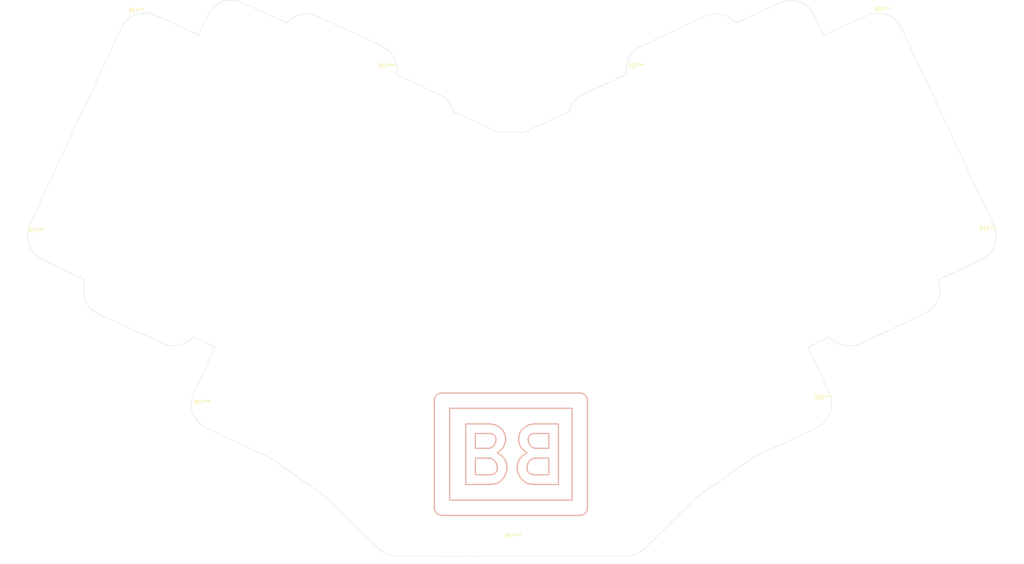
<source format=kicad_pcb>
(kicad_pcb (version 20171130) (host pcbnew "(5.1.10)-1")

  (general
    (thickness 1.6)
    (drawings 604)
    (tracks 0)
    (zones 0)
    (modules 9)
    (nets 1)
  )

  (page A4)
  (layers
    (0 F.Cu signal)
    (31 B.Cu signal)
    (32 B.Adhes user)
    (33 F.Adhes user)
    (34 B.Paste user)
    (35 F.Paste user)
    (36 B.SilkS user)
    (37 F.SilkS user)
    (38 B.Mask user)
    (39 F.Mask user)
    (40 Dwgs.User user)
    (41 Cmts.User user)
    (42 Eco1.User user)
    (43 Eco2.User user)
    (44 Edge.Cuts user)
    (45 Margin user)
    (46 B.CrtYd user)
    (47 F.CrtYd user)
    (48 B.Fab user)
    (49 F.Fab user)
  )

  (setup
    (last_trace_width 0.254)
    (trace_clearance 0.2)
    (zone_clearance 0.508)
    (zone_45_only no)
    (trace_min 0.2)
    (via_size 0.8)
    (via_drill 0.4)
    (via_min_size 0.4)
    (via_min_drill 0.3)
    (uvia_size 0.3)
    (uvia_drill 0.1)
    (uvias_allowed no)
    (uvia_min_size 0.2)
    (uvia_min_drill 0.1)
    (edge_width 0.05)
    (segment_width 0.2)
    (pcb_text_width 0.3)
    (pcb_text_size 1.5 1.5)
    (mod_edge_width 0.12)
    (mod_text_size 1 1)
    (mod_text_width 0.15)
    (pad_size 1.524 1.524)
    (pad_drill 0.762)
    (pad_to_mask_clearance 0)
    (aux_axis_origin 0 0)
    (grid_origin 145.852593 65.458404)
    (visible_elements 7FFFFFFF)
    (pcbplotparams
      (layerselection 0x010f8_ffffffff)
      (usegerberextensions false)
      (usegerberattributes true)
      (usegerberadvancedattributes true)
      (creategerberjobfile true)
      (excludeedgelayer true)
      (linewidth 0.100000)
      (plotframeref false)
      (viasonmask false)
      (mode 1)
      (useauxorigin false)
      (hpglpennumber 1)
      (hpglpenspeed 20)
      (hpglpendiameter 15.000000)
      (psnegative false)
      (psa4output false)
      (plotreference true)
      (plotvalue true)
      (plotinvisibletext false)
      (padsonsilk false)
      (subtractmaskfromsilk false)
      (outputformat 1)
      (mirror false)
      (drillshape 0)
      (scaleselection 1)
      (outputdirectory "either/bottom/"))
  )

  (net 0 "")

  (net_class Default "This is the default net class."
    (clearance 0.2)
    (trace_width 0.254)
    (via_dia 0.8)
    (via_drill 0.4)
    (uvia_dia 0.3)
    (uvia_drill 0.1)
  )

  (net_class Power ""
    (clearance 0.2)
    (trace_width 0.381)
    (via_dia 0.8)
    (via_drill 0.4)
    (uvia_dia 0.3)
    (uvia_drill 0.1)
  )

  (module MountingHole:MountingHole_2.2mm_M2 (layer F.Cu) (tedit 56D1B4CB) (tstamp 6145B69B)
    (at 178.472593 40.198404)
    (descr "Mounting Hole 2.2mm, no annular, M2")
    (tags "mounting hole 2.2mm no annular m2")
    (attr virtual)
    (fp_text reference REF** (at 0 -3.2) (layer F.SilkS)
      (effects (font (size 1 1) (thickness 0.15)))
    )
    (fp_text value MountingHole_2.2mm_M2 (at 0 3.2) (layer F.Fab)
      (effects (font (size 1 1) (thickness 0.15)))
    )
    (fp_circle (center 0 0) (end 2.2 0) (layer Cmts.User) (width 0.15))
    (fp_circle (center 0 0) (end 2.45 0) (layer F.CrtYd) (width 0.05))
    (fp_text user %R (at 0.3 0) (layer F.Fab)
      (effects (font (size 1 1) (thickness 0.15)))
    )
    (pad 1 np_thru_hole circle (at 0 0) (size 2.2 2.2) (drill 2.2) (layers *.Cu *.Mask))
  )

  (module MountingHole:MountingHole_2.2mm_M2 (layer F.Cu) (tedit 56D1B4CB) (tstamp 6145B69B)
    (at 242.522593 25.558404)
    (descr "Mounting Hole 2.2mm, no annular, M2")
    (tags "mounting hole 2.2mm no annular m2")
    (attr virtual)
    (fp_text reference REF** (at 0 -3.2) (layer F.SilkS)
      (effects (font (size 1 1) (thickness 0.15)))
    )
    (fp_text value MountingHole_2.2mm_M2 (at 0 3.2) (layer F.Fab)
      (effects (font (size 1 1) (thickness 0.15)))
    )
    (fp_circle (center 0 0) (end 2.2 0) (layer Cmts.User) (width 0.15))
    (fp_circle (center 0 0) (end 2.45 0) (layer F.CrtYd) (width 0.05))
    (fp_text user %R (at 0.3 0) (layer F.Fab)
      (effects (font (size 1 1) (thickness 0.15)))
    )
    (pad 1 np_thru_hole circle (at 0 0) (size 2.2 2.2) (drill 2.2) (layers *.Cu *.Mask))
  )

  (module MountingHole:MountingHole_2.2mm_M2 (layer F.Cu) (tedit 56D1B4CB) (tstamp 6145B69B)
    (at 269.522593 82.438404)
    (descr "Mounting Hole 2.2mm, no annular, M2")
    (tags "mounting hole 2.2mm no annular m2")
    (attr virtual)
    (fp_text reference REF** (at 0 -3.2) (layer F.SilkS)
      (effects (font (size 1 1) (thickness 0.15)))
    )
    (fp_text value MountingHole_2.2mm_M2 (at 0 3.2) (layer F.Fab)
      (effects (font (size 1 1) (thickness 0.15)))
    )
    (fp_circle (center 0 0) (end 2.2 0) (layer Cmts.User) (width 0.15))
    (fp_circle (center 0 0) (end 2.45 0) (layer F.CrtYd) (width 0.05))
    (fp_text user %R (at 0.3 0) (layer F.Fab)
      (effects (font (size 1 1) (thickness 0.15)))
    )
    (pad 1 np_thru_hole circle (at 0 0) (size 2.2 2.2) (drill 2.2) (layers *.Cu *.Mask))
  )

  (module MountingHole:MountingHole_2.2mm_M2 (layer F.Cu) (tedit 56D1B4CB) (tstamp 6145B69B)
    (at 226.862593 126.248404)
    (descr "Mounting Hole 2.2mm, no annular, M2")
    (tags "mounting hole 2.2mm no annular m2")
    (attr virtual)
    (fp_text reference REF** (at 0 -3.2) (layer F.SilkS)
      (effects (font (size 1 1) (thickness 0.15)))
    )
    (fp_text value MountingHole_2.2mm_M2 (at 0 3.2) (layer F.Fab)
      (effects (font (size 1 1) (thickness 0.15)))
    )
    (fp_circle (center 0 0) (end 2.2 0) (layer Cmts.User) (width 0.15))
    (fp_circle (center 0 0) (end 2.45 0) (layer F.CrtYd) (width 0.05))
    (fp_text user %R (at 0.3 0) (layer F.Fab)
      (effects (font (size 1 1) (thickness 0.15)))
    )
    (pad 1 np_thru_hole circle (at 0 0) (size 2.2 2.2) (drill 2.2) (layers *.Cu *.Mask))
  )

  (module MountingHole:MountingHole_2.2mm_M2 (layer F.Cu) (tedit 56D1B4CB) (tstamp 6145B69B)
    (at 146.582593 162.128404)
    (descr "Mounting Hole 2.2mm, no annular, M2")
    (tags "mounting hole 2.2mm no annular m2")
    (attr virtual)
    (fp_text reference REF** (at 0 -3.2) (layer F.SilkS)
      (effects (font (size 1 1) (thickness 0.15)))
    )
    (fp_text value MountingHole_2.2mm_M2 (at 0 3.2) (layer F.Fab)
      (effects (font (size 1 1) (thickness 0.15)))
    )
    (fp_circle (center 0 0) (end 2.2 0) (layer Cmts.User) (width 0.15))
    (fp_circle (center 0 0) (end 2.45 0) (layer F.CrtYd) (width 0.05))
    (fp_text user %R (at 0.3 0) (layer F.Fab)
      (effects (font (size 1 1) (thickness 0.15)))
    )
    (pad 1 np_thru_hole circle (at 0 0) (size 2.2 2.2) (drill 2.2) (layers *.Cu *.Mask))
  )

  (module MountingHole:MountingHole_2.2mm_M2 (layer F.Cu) (tedit 56D1B4CB) (tstamp 6145B69B)
    (at 65.942593 127.448404)
    (descr "Mounting Hole 2.2mm, no annular, M2")
    (tags "mounting hole 2.2mm no annular m2")
    (attr virtual)
    (fp_text reference REF** (at 0 -3.2) (layer F.SilkS)
      (effects (font (size 1 1) (thickness 0.15)))
    )
    (fp_text value MountingHole_2.2mm_M2 (at 0 3.2) (layer F.Fab)
      (effects (font (size 1 1) (thickness 0.15)))
    )
    (fp_circle (center 0 0) (end 2.2 0) (layer Cmts.User) (width 0.15))
    (fp_circle (center 0 0) (end 2.45 0) (layer F.CrtYd) (width 0.05))
    (fp_text user %R (at 0.3 0) (layer F.Fab)
      (effects (font (size 1 1) (thickness 0.15)))
    )
    (pad 1 np_thru_hole circle (at 0 0) (size 2.2 2.2) (drill 2.2) (layers *.Cu *.Mask))
  )

  (module MountingHole:MountingHole_2.2mm_M2 (layer F.Cu) (tedit 56D1B4CB) (tstamp 6145B69B)
    (at 23.012593 82.918404)
    (descr "Mounting Hole 2.2mm, no annular, M2")
    (tags "mounting hole 2.2mm no annular m2")
    (attr virtual)
    (fp_text reference REF** (at 0 -3.2) (layer F.SilkS)
      (effects (font (size 1 1) (thickness 0.15)))
    )
    (fp_text value MountingHole_2.2mm_M2 (at 0 3.2) (layer F.Fab)
      (effects (font (size 1 1) (thickness 0.15)))
    )
    (fp_circle (center 0 0) (end 2.2 0) (layer Cmts.User) (width 0.15))
    (fp_circle (center 0 0) (end 2.45 0) (layer F.CrtYd) (width 0.05))
    (fp_text user %R (at 0.3 0) (layer F.Fab)
      (effects (font (size 1 1) (thickness 0.15)))
    )
    (pad 1 np_thru_hole circle (at 0 0) (size 2.2 2.2) (drill 2.2) (layers *.Cu *.Mask))
  )

  (module MountingHole:MountingHole_2.2mm_M2 (layer F.Cu) (tedit 56D1B4CB) (tstamp 6145B69B)
    (at 48.972593 25.838404)
    (descr "Mounting Hole 2.2mm, no annular, M2")
    (tags "mounting hole 2.2mm no annular m2")
    (attr virtual)
    (fp_text reference REF** (at 0 -3.2) (layer F.SilkS)
      (effects (font (size 1 1) (thickness 0.15)))
    )
    (fp_text value MountingHole_2.2mm_M2 (at 0 3.2) (layer F.Fab)
      (effects (font (size 1 1) (thickness 0.15)))
    )
    (fp_circle (center 0 0) (end 2.2 0) (layer Cmts.User) (width 0.15))
    (fp_circle (center 0 0) (end 2.45 0) (layer F.CrtYd) (width 0.05))
    (fp_text user %R (at 0.3 0) (layer F.Fab)
      (effects (font (size 1 1) (thickness 0.15)))
    )
    (pad 1 np_thru_hole circle (at 0 0) (size 2.2 2.2) (drill 2.2) (layers *.Cu *.Mask))
  )

  (module MountingHole:MountingHole_2.2mm_M2 (layer F.Cu) (tedit 56D1B4CB) (tstamp 6145B672)
    (at 113.722593 40.278404)
    (descr "Mounting Hole 2.2mm, no annular, M2")
    (tags "mounting hole 2.2mm no annular m2")
    (attr virtual)
    (fp_text reference REF** (at 0 -3.2) (layer F.SilkS)
      (effects (font (size 1 1) (thickness 0.15)))
    )
    (fp_text value MountingHole_2.2mm_M2 (at 0 3.2) (layer F.Fab)
      (effects (font (size 1 1) (thickness 0.15)))
    )
    (fp_text user %R (at 0.3 0) (layer F.Fab)
      (effects (font (size 1 1) (thickness 0.15)))
    )
    (fp_circle (center 0 0) (end 2.2 0) (layer Cmts.User) (width 0.15))
    (fp_circle (center 0 0) (end 2.45 0) (layer F.CrtYd) (width 0.05))
    (pad 1 np_thru_hole circle (at 0 0) (size 2.2 2.2) (drill 2.2) (layers *.Cu *.Mask))
  )

  (gr_arc (start 64.369847 28.571722) (end 65.074624 28.982812) (angle -8.602700197) (layer Edge.Cuts) (width 0.08465))
  (gr_line (start 67.689296 23.495226) (end 67.341696 24.157776) (layer Edge.Cuts) (width 0.08465))
  (gr_line (start 64.570669 28.853879) (end 63.461061 28.34493) (layer Edge.Cuts) (width 0.08465))
  (gr_arc (start 64.995215 28.884595) (end 64.947303 29.014129) (angle -31.88833173) (layer Edge.Cuts) (width 0.08465))
  (gr_arc (start 73.371489 25.787185) (end 70.762893 20.574224) (angle -9.921322894) (layer Edge.Cuts) (width 0.08465))
  (gr_arc (start 71.897367 22.841335) (end 71.09739 20.435746) (angle -8.189121958) (layer Edge.Cuts) (width 0.08465))
  (gr_line (start 64.947303 29.014129) (end 64.77534 28.945128) (layer Edge.Cuts) (width 0.08465))
  (gr_line (start 72.667518 20.060327) (end 72.113195 20.162677) (layer Edge.Cuts) (width 0.08465))
  (gr_line (start 66.387998 26.149182) (end 65.448128 28.134387) (layer Edge.Cuts) (width 0.08465))
  (gr_line (start 67.341696 24.157776) (end 66.387998 26.149182) (layer Edge.Cuts) (width 0.08465))
  (gr_arc (start 65.007305 28.943545) (end 65.022962 29.01989) (angle -48.15575966) (layer Edge.Cuts) (width 0.08465))
  (gr_arc (start 75.389028 28.513208) (end 69.903733 21.101633) (angle -7.036689119) (layer Edge.Cuts) (width 0.08465))
  (gr_line (start 56.061052 24.93901) (end 55.144968 24.517809) (layer Edge.Cuts) (width 0.08465))
  (gr_line (start 65.448128 28.134387) (end 65.128186 28.872765) (layer Edge.Cuts) (width 0.08465))
  (gr_line (start 72.113195 20.162677) (end 71.571433 20.293101) (layer Edge.Cuts) (width 0.08465))
  (gr_line (start 57.489508 25.596439) (end 56.061052 24.93901) (layer Edge.Cuts) (width 0.08465))
  (gr_line (start 59.103879 26.339756) (end 57.489508 25.596439) (layer Edge.Cuts) (width 0.08465))
  (gr_line (start 60.689543 27.070182) (end 59.103879 26.339756) (layer Edge.Cuts) (width 0.08465))
  (gr_line (start 62.169345 27.751451) (end 60.689543 27.070182) (layer Edge.Cuts) (width 0.08465))
  (gr_line (start 63.461061 28.34493) (end 62.169345 27.751451) (layer Edge.Cuts) (width 0.08465))
  (gr_arc (start 72.862895 26.440577) (end 68.264612 22.659439) (angle -9.777204035) (layer Edge.Cuts) (width 0.08465))
  (gr_line (start 71.571433 20.293101) (end 71.09739 20.435746) (layer Edge.Cuts) (width 0.08465))
  (gr_arc (start 75.408999 28.534211) (end 69.037094 21.829433) (angle -7.027988357) (layer Edge.Cuts) (width 0.08465))
  (gr_line (start 64.77534 28.945128) (end 64.570669 28.853879) (layer Edge.Cuts) (width 0.08465))
  (gr_line (start 66.428977 108.601782) (end 69.27273 109.927641) (layer Edge.Cuts) (width 0.08465))
  (gr_arc (start 45.690492 88.875739) (end 38.544121 101.08383) (angle -5.922148408) (layer Edge.Cuts) (width 0.08465))
  (gr_arc (start 58.967048 105.305367) (end 59.326004 109.554547) (angle -9.3605888) (layer Edge.Cuts) (width 0.08465))
  (gr_line (start 35.268173 93.835446) (end 35.222776 94.309703) (layer Edge.Cuts) (width 0.08465))
  (gr_line (start 33.035703 52.839897) (end 21.314886 78.056231) (layer Edge.Cuts) (width 0.08465))
  (gr_arc (start 38.977082 97.151743) (end 36.14484 98.767333) (angle -7.195588902) (layer Edge.Cuts) (width 0.08465))
  (gr_line (start 35.472932 92.872906) (end 35.408676 93.100434) (layer Edge.Cuts) (width 0.08465))
  (gr_arc (start 51.443152 30.617055) (end 48.072818 24.083532) (angle -14.47061296) (layer Edge.Cuts) (width 0.08465))
  (gr_arc (start 27.879966 80.957802) (end 23.063918 86.281168) (angle -11.07832593) (layer Edge.Cuts) (width 0.08465))
  (gr_arc (start 58.307126 102.695332) (end 60.012343 109.439583) (angle -7.352879134) (layer Edge.Cuts) (width 0.08465))
  (gr_arc (start 58.048625 105.46944) (end 56.964943 109.415837) (angle -9.630103316) (layer Edge.Cuts) (width 0.08465))
  (gr_line (start 39.841856 101.756016) (end 47.841622 105.381477) (layer Edge.Cuts) (width 0.08465))
  (gr_line (start 27.963661 88.934967) (end 30.088568 89.933168) (layer Edge.Cuts) (width 0.08465))
  (gr_arc (start 53.213716 31.542071) (end 45.373799 26.508064) (angle -7.762899761) (layer Edge.Cuts) (width 0.08465))
  (gr_arc (start 35.557283 92.506844) (end 35.568019 92.509569) (angle -68.08431337) (layer Edge.Cuts) (width 0.08465))
  (gr_line (start 30.088568 89.933168) (end 32.18322 90.913098) (layer Edge.Cuts) (width 0.08465))
  (gr_line (start 55.144968 24.517809) (end 53.85502 23.945654) (layer Edge.Cuts) (width 0.08465))
  (gr_line (start 63.585223 107.275923) (end 66.428977 108.601782) (layer Edge.Cuts) (width 0.08465))
  (gr_line (start 63.110858 107.725887) (end 63.585223 107.275923) (layer Edge.Cuts) (width 0.08465))
  (gr_line (start 35.524567 92.679516) (end 35.472932 92.872906) (layer Edge.Cuts) (width 0.08465))
  (gr_arc (start 58.145829 102.491611) (end 62.418937 108.304502) (angle -7.167884967) (layer Edge.Cuts) (width 0.08465))
  (gr_arc (start 58.304494 102.70744) (end 61.666533 108.786292) (angle -7.374171169) (layer Edge.Cuts) (width 0.08465))
  (gr_line (start 35.32932 93.436625) (end 35.268173 93.835446) (layer Edge.Cuts) (width 0.08465))
  (gr_line (start 44.765685 27.613167) (end 33.035703 52.839897) (layer Edge.Cuts) (width 0.08465))
  (gr_line (start 35.222776 94.309703) (end 35.191884 94.878343) (layer Edge.Cuts) (width 0.08465))
  (gr_arc (start 58.553111 100.405318) (end 58.481572 109.586856) (angle -5.275092818) (layer Edge.Cuts) (width 0.08465))
  (gr_arc (start 38.806026 94.079817) (end 35.408676 93.100434) (angle -5.599891527) (layer Edge.Cuts) (width 0.08465))
  (gr_arc (start 40.1253 95.670404) (end 35.295439 96.667853) (angle -9.22353366) (layer Edge.Cuts) (width 0.08465))
  (gr_line (start 33.949142 91.739891) (end 35.550465 92.489994) (layer Edge.Cuts) (width 0.08465))
  (gr_arc (start 30.149027 82.16167) (end 21.314886 78.056231) (angle -7.589373775) (layer Edge.Cuts) (width 0.08465))
  (gr_line (start 37.868766 100.600266) (end 38.230899 100.879017) (layer Edge.Cuts) (width 0.08465))
  (gr_arc (start 58.552856 100.439679) (end 57.640393 109.541511) (angle -5.278299681) (layer Edge.Cuts) (width 0.08465))
  (gr_line (start 47.841622 105.381477) (end 56.015029 109.073513) (layer Edge.Cuts) (width 0.08465))
  (gr_arc (start 51.356194 30.448462) (end 49.791351 23.459603) (angle -14.66645856) (layer Edge.Cuts) (width 0.08465))
  (gr_line (start 32.18322 90.913098) (end 33.949142 91.739891) (layer Edge.Cuts) (width 0.08465))
  (gr_line (start 35.89959 98.305191) (end 36.14484 98.767333) (layer Edge.Cuts) (width 0.08465))
  (gr_arc (start 45.146476 93.753812) (end 35.517765 97.429119) (angle -5.314720338) (layer Edge.Cuts) (width 0.08465))
  (gr_arc (start 40.295 95.635355) (end 35.195331 95.869965) (angle -9.034528619) (layer Edge.Cuts) (width 0.08465))
  (gr_line (start 24.513871 87.289523) (end 26.099694 88.04976) (layer Edge.Cuts) (width 0.08465))
  (gr_arc (start 28.285815 80.510143) (end 21.351563 84.044261) (angle -10.42796342) (layer Edge.Cuts) (width 0.08465))
  (gr_arc (start 50.9999 30.120578) (end 46.54712 25.132992) (angle -15.53791277) (layer Edge.Cuts) (width 0.08465))
  (gr_arc (start 29.881496 80.996109) (end 20.639238 80.979694) (angle -6.02727198) (layer Edge.Cuts) (width 0.08465))
  (gr_arc (start 25.34928 81.466509) (end 20.688605 81.950239) (angle -10.01968523) (layer Edge.Cuts) (width 0.08465))
  (gr_arc (start 24.663561 80.449351) (end 20.850057 79.258941) (angle -11.18670261) (layer Edge.Cuts) (width 0.08465))
  (gr_arc (start 51.065076 29.606795) (end 52.2718 23.431784) (angle -6.81687426) (layer Edge.Cuts) (width 0.08465))
  (gr_arc (start 49.670349 33.726301) (end 53.85502 23.945654) (angle -5.004334624) (layer Edge.Cuts) (width 0.08465))
  (gr_line (start 37.107051 99.913541) (end 37.485688 100.271703) (layer Edge.Cuts) (width 0.08465))
  (gr_arc (start 29.735851 80.995844) (end 20.691565 80.021404) (angle -6.047655126) (layer Edge.Cuts) (width 0.08465))
  (gr_arc (start 58.682952 103.159427) (end 56.015029 109.073513) (angle -8.925833695) (layer Edge.Cuts) (width 0.08465))
  (gr_line (start 37.485688 100.271703) (end 37.868766 100.600266) (layer Edge.Cuts) (width 0.08465))
  (gr_arc (start 51.090616 29.262342) (end 51.530317 23.332204) (angle -16.86122501) (layer Edge.Cuts) (width 0.08465))
  (gr_arc (start 40.454466 97.820399) (end 38.230899 100.879017) (angle -5.672727688) (layer Edge.Cuts) (width 0.08465))
  (gr_arc (start 39.600896 96.683417) (end 36.36951 99.109366) (angle -6.28079478) (layer Edge.Cuts) (width 0.08465))
  (gr_line (start 26.099694 88.04976) (end 27.963661 88.934967) (layer Edge.Cuts) (width 0.08465))
  (gr_arc (start 51.129276 29.278303) (end 52.985892 23.617903) (angle -7.102173143) (layer Edge.Cuts) (width 0.08465))
  (gr_line (start 35.191884 94.878343) (end 35.195331 95.869965) (layer Edge.Cuts) (width 0.08465))
  (gr_arc (start 27.761759 80.777232) (end 20.843852 82.753755) (angle -11.06094862) (layer Edge.Cuts) (width 0.08465))
  (gr_arc (start 35.51631 92.562907) (end 35.563819 92.497901) (angle -11.06049132) (layer Edge.Cuts) (width 0.08465))
  (gr_arc (start 28.283035 80.512276) (end 22.105767 85.240982) (angle -10.43025051) (layer Edge.Cuts) (width 0.08465))
  (gr_arc (start 58.330357 102.754193) (end 60.861449 109.16589) (angle -7.403476128) (layer Edge.Cuts) (width 0.08465))
  (gr_line (start 35.568019 92.509569) (end 35.524567 92.679516) (layer Edge.Cuts) (width 0.08465))
  (gr_arc (start 26.284267 83.607485) (end 24.176551 87.107376) (angle -5.378169519) (layer Edge.Cuts) (width 0.08465))
  (gr_line (start 36.654307 99.448323) (end 37.107051 99.913541) (layer Edge.Cuts) (width 0.08465))
  (gr_line (start 69.27273 109.927641) (end 69.160574 110.147729) (layer Edge.Cuts) (width 0.08465))
  (gr_line (start 86.584654 25.348392) (end 78.940641 21.829919) (layer Edge.Cuts) (width 0.08465))
  (gr_line (start 88.319979 25.480691) (end 87.846615 25.9297) (layer Edge.Cuts) (width 0.08465))
  (gr_arc (start 73.898515 24.792164) (end 74.850824 20.13743) (angle -6.123919302) (layer Edge.Cuts) (width 0.08465))
  (gr_line (start 73.731861 20.022173) (end 73.126605 20.018807) (layer Edge.Cuts) (width 0.08465))
  (gr_line (start 76.746674 20.838253) (end 75.595492 20.357595) (layer Edge.Cuts) (width 0.08465))
  (gr_line (start 87.846615 25.9297) (end 86.584654 25.348392) (layer Edge.Cuts) (width 0.08465))
  (gr_arc (start 73.211067 23.511503) (end 73.126605 20.018807) (angle -7.56510691) (layer Edge.Cuts) (width 0.08465))
  (gr_line (start 78.940641 21.829919) (end 76.746674 20.838253) (layer Edge.Cuts) (width 0.08465))
  (gr_arc (start 73.941189 24.583547) (end 75.595492 20.357595) (angle -9.815865255) (layer Edge.Cuts) (width 0.08465))
  (gr_arc (start 93.525268 30.968316) (end 88.982406 24.920881) (angle -6.573460479) (layer Edge.Cuts) (width 0.08465))
  (gr_line (start 74.348826 20.062401) (end 73.731861 20.022173) (layer Edge.Cuts) (width 0.08465))
  (gr_line (start 126.15204 43.899866) (end 124.192929 42.956387) (layer Edge.Cuts) (width 0.08465))
  (gr_line (start 149.429015 54.305651) (end 145.987831 54.24278) (layer Edge.Cuts) (width 0.08465))
  (gr_arc (start 126.127273 48.107401) (end 128.224444 44.951197) (angle -7.367073839) (layer Edge.Cuts) (width 0.08465))
  (gr_arc (start 124.516702 51.001592) (end 130.982044 48.310061) (angle -8.868624223) (layer Edge.Cuts) (width 0.08465))
  (gr_line (start 163.612956 45.085483) (end 163.052655 45.574659) (layer Edge.Cuts) (width 0.08465))
  (gr_line (start 170.141993 41.933881) (end 167.910768 42.979572) (layer Edge.Cuts) (width 0.08465))
  (gr_line (start 165.974462 43.88961) (end 164.302683 44.677123) (layer Edge.Cuts) (width 0.08465))
  (gr_line (start 131.647405 49.203516) (end 131.493332 49.159333) (layer Edge.Cuts) (width 0.08465))
  (gr_line (start 161.135244 48.541293) (end 160.950893 49.10182) (layer Edge.Cuts) (width 0.08465))
  (gr_line (start 102.744748 27.38072) (end 95.387744 24.030882) (layer Edge.Cuts) (width 0.08465))
  (gr_arc (start 112.39488 37.477725) (end 116.317104 37.144011) (angle -5.375191778) (layer Edge.Cuts) (width 0.08465))
  (gr_line (start 135.257582 50.800147) (end 133.473149 49.990402) (layer Edge.Cuts) (width 0.08465))
  (gr_arc (start 131.894531 47.926487) (end 131.363431 49.109197) (angle -6.156439951) (layer Edge.Cuts) (width 0.08465))
  (gr_arc (start 93.081939 30.378153) (end 89.688332 24.45604) (angle -7.099654548) (layer Edge.Cuts) (width 0.08465))
  (gr_line (start 145.987831 54.24278) (end 142.546646 54.17991) (layer Edge.Cuts) (width 0.08465))
  (gr_arc (start 93.084284 30.382238) (end 90.446545 24.081869) (angle -7.097135952) (layer Edge.Cuts) (width 0.08465))
  (gr_arc (start 93.376965 31.081315) (end 91.265192 23.792967) (angle -6.5585758) (layer Edge.Cuts) (width 0.08465))
  (gr_arc (start 92.438043 27.84083) (end 92.040109 23.645306) (angle -10.74058897) (layer Edge.Cuts) (width 0.08465))
  (gr_arc (start 93.0376 34.162093) (end 93.03555 23.598107) (angle -5.407030608) (layer Edge.Cuts) (width 0.08465))
  (gr_line (start 167.910768 42.979572) (end 165.974462 43.88961) (layer Edge.Cuts) (width 0.08465))
  (gr_arc (start 93.037581 34.077006) (end 94.021447 23.644397) (angle -5.398555544) (layer Edge.Cuts) (width 0.08465))
  (gr_arc (start 93.678001 27.286182) (end 94.761168 23.792287) (angle -11.83685585) (layer Edge.Cuts) (width 0.08465))
  (gr_arc (start 165.157807 46.984057) (end 164.03783 44.807638) (angle -11.90474079) (layer Edge.Cuts) (width 0.08465))
  (gr_line (start 131.167981 48.780344) (end 131.082909 48.558199) (layer Edge.Cuts) (width 0.08465))
  (gr_line (start 163.052655 45.574659) (end 162.506181 46.123971) (layer Edge.Cuts) (width 0.08465))
  (gr_arc (start 93.189859 28.860742) (end 95.387744 24.030882) (angle -7.244127521) (layer Edge.Cuts) (width 0.08465))
  (gr_line (start 164.302683 44.677123) (end 164.03783 44.807638) (layer Edge.Cuts) (width 0.08465))
  (gr_line (start 161.798123 47.083818) (end 161.543672 47.539688) (layer Edge.Cuts) (width 0.08465))
  (gr_line (start 109.461259 30.448214) (end 102.744748 27.38072) (layer Edge.Cuts) (width 0.08465))
  (gr_arc (start 123.577373 51.568392) (end 129.837638 46.428763) (angle -7.938705927) (layer Edge.Cuts) (width 0.08465))
  (gr_line (start 156.819361 50.874305) (end 154.748829 51.831625) (layer Edge.Cuts) (width 0.08465))
  (gr_line (start 111.987443 31.640419) (end 109.461259 30.448214) (layer Edge.Cuts) (width 0.08465))
  (gr_arc (start 107.486693 40.897317) (end 113.516091 32.555059) (angle -9.928414255) (layer Edge.Cuts) (width 0.08465))
  (gr_arc (start 123.538361 51.600427) (end 130.489795 47.345482) (angle -7.915128294) (layer Edge.Cuts) (width 0.08465))
  (gr_line (start 116.336951 37.567609) (end 116.317104 37.144011) (layer Edge.Cuts) (width 0.08465))
  (gr_line (start 116.268595 36.778055) (end 116.182633 36.383716) (layer Edge.Cuts) (width 0.08465))
  (gr_line (start 161.328232 48.014407) (end 161.135244 48.541293) (layer Edge.Cuts) (width 0.08465))
  (gr_line (start 161.543672 47.539688) (end 161.328232 48.014407) (layer Edge.Cuts) (width 0.08465))
  (gr_line (start 133.473149 49.990402) (end 131.937667 49.303443) (layer Edge.Cuts) (width 0.08465))
  (gr_arc (start 109.152405 38.592645) (end 114.732482 33.65737) (angle -12.65133448) (layer Edge.Cuts) (width 0.08465))
  (gr_line (start 162.108591 46.613673) (end 161.798123 47.083818) (layer Edge.Cuts) (width 0.08465))
  (gr_arc (start 109.885064 37.99555) (end 116.182633 36.383716) (angle -13.69410112) (layer Edge.Cuts) (width 0.08465))
  (gr_arc (start 109.740327 38.072666) (end 115.622033 34.93866) (angle -13.44059836) (layer Edge.Cuts) (width 0.08465))
  (gr_line (start 142.546646 54.17991) (end 137.298069 51.74175) (layer Edge.Cuts) (width 0.08465))
  (gr_line (start 116.311026 39.252726) (end 116.333493 38.156821) (layer Edge.Cuts) (width 0.08465))
  (gr_line (start 124.192929 42.956387) (end 121.979359 41.910347) (layer Edge.Cuts) (width 0.08465))
  (gr_line (start 131.082909 48.558199) (end 130.982044 48.310061) (layer Edge.Cuts) (width 0.08465))
  (gr_line (start 160.192898 49.346022) (end 158.635528 50.046776) (layer Edge.Cuts) (width 0.08465))
  (gr_arc (start 131.081791 49.022958) (end 131.245318 49.022958) (angle -19.47230524) (layer Edge.Cuts) (width 0.08465))
  (gr_line (start 137.298069 51.74175) (end 135.257582 50.800147) (layer Edge.Cuts) (width 0.08465))
  (gr_line (start 158.635528 50.046776) (end 156.819361 50.874305) (layer Edge.Cuts) (width 0.08465))
  (gr_line (start 154.748829 51.831625) (end 149.429015 54.305651) (layer Edge.Cuts) (width 0.08465))
  (gr_line (start 116.333493 38.156821) (end 116.336951 37.567609) (layer Edge.Cuts) (width 0.08465))
  (gr_arc (start 131.287747 49.022958) (end 131.245318 49.022958) (angle -60.07094478) (layer Edge.Cuts) (width 0.08465))
  (gr_arc (start 131.223808 50.905497) (end 131.937667 49.303443) (angle -10.04118721) (layer Edge.Cuts) (width 0.08465))
  (gr_line (start 160.950893 49.10182) (end 160.509768 49.22971) (layer Edge.Cuts) (width 0.08465))
  (gr_line (start 175.898193 39.239184) (end 170.141993 41.933881) (layer Edge.Cuts) (width 0.08465))
  (gr_arc (start 166.052334 49.409355) (end 162.506181 46.123971) (angle -7.481545183) (layer Edge.Cuts) (width 0.08465))
  (gr_line (start 131.235964 48.968446) (end 131.167981 48.780344) (layer Edge.Cuts) (width 0.08465))
  (gr_line (start 127.802425 44.70834) (end 126.15204 43.899866) (layer Edge.Cuts) (width 0.08465))
  (gr_arc (start 124.473206 50.59675) (end 129.067789 45.613392) (angle -9.073200151) (layer Edge.Cuts) (width 0.08465))
  (gr_arc (start 131.807818 48.11959) (end 131.266578 49.059729) (angle -5.746478858) (layer Edge.Cuts) (width 0.08465))
  (gr_arc (start 161.185325 51.559901) (end 160.509768 49.22971) (angle -7.977849004) (layer Edge.Cuts) (width 0.08465))
  (gr_line (start 121.979359 41.910347) (end 116.311026 39.252726) (layer Edge.Cuts) (width 0.08465))
  (gr_line (start 204.423251 25.900745) (end 204.263175 25.79598) (layer Edge.Cuts) (width 0.08465))
  (gr_arc (start 219.086299 26.095225) (end 223.376284 22.12346) (angle -17.19603971) (layer Edge.Cuts) (width 0.08465))
  (gr_line (start 226.79309 28.357311) (end 226.411068 27.586493) (layer Edge.Cuts) (width 0.08465))
  (gr_arc (start 227.17371 28.957267) (end 227.170465 29.059621) (angle -26.42081792) (layer Edge.Cuts) (width 0.08465))
  (gr_line (start 204.572549 25.870711) (end 204.488683 25.906579) (layer Edge.Cuts) (width 0.08465))
  (gr_line (start 225.968668 26.671406) (end 225.070372 24.836846) (layer Edge.Cuts) (width 0.08465))
  (gr_line (start 216.084482 20.530665) (end 214.715546 21.13511) (layer Edge.Cuts) (width 0.08465))
  (gr_line (start 228.898636 28.279825) (end 227.216347 29.050373) (layer Edge.Cuts) (width 0.08465))
  (gr_line (start 235.210386 25.372333) (end 232.970718 26.40237) (layer Edge.Cuts) (width 0.08465))
  (gr_line (start 224.420064 23.620774) (end 223.884404 22.762028) (layer Edge.Cuts) (width 0.08465))
  (gr_line (start 204.07396 25.651547) (end 203.869649 25.472482) (layer Edge.Cuts) (width 0.08465))
  (gr_arc (start 199.340005 29.743354) (end 200.562404 23.687528) (angle -17.20173708) (layer Edge.Cuts) (width 0.08465))
  (gr_line (start 214.715546 21.13511) (end 212.850565 21.986743) (layer Edge.Cuts) (width 0.08465))
  (gr_arc (start 217.55851 23.923766) (end 216.615312 20.346579) (angle -8.710033809) (layer Edge.Cuts) (width 0.08465))
  (gr_arc (start 240.114809 26.642084) (end 239.592394 23.515756) (angle -6.150485484) (layer Edge.Cuts) (width 0.08465))
  (gr_line (start 239.964343 23.468852) (end 239.592394 23.515756) (layer Edge.Cuts) (width 0.08465))
  (gr_line (start 208.084367 24.221989) (end 206.229602 25.09322) (layer Edge.Cuts) (width 0.08465))
  (gr_line (start 226.411068 27.586493) (end 225.968668 26.671406) (layer Edge.Cuts) (width 0.08465))
  (gr_arc (start 218.493073 27.468192) (end 218.475874 20.103203) (angle -14.63724285) (layer Edge.Cuts) (width 0.08465))
  (gr_line (start 230.765169 27.421796) (end 228.898636 28.279825) (layer Edge.Cuts) (width 0.08465))
  (gr_line (start 241.798159 23.440593) (end 241.078693 23.434232) (layer Edge.Cuts) (width 0.08465))
  (gr_arc (start 218.492743 27.321933) (end 220.327628 20.340275) (angle -14.85908761) (layer Edge.Cuts) (width 0.08465))
  (gr_arc (start 227.171724 29.019903) (end 227.136258 29.037825) (angle -61.37543848) (layer Edge.Cuts) (width 0.08465))
  (gr_arc (start 241.928778 26.446904) (end 242.589089 23.525239) (angle -6.837024484) (layer Edge.Cuts) (width 0.08465))
  (gr_line (start 242.236582 23.467408) (end 241.798159 23.440593) (layer Edge.Cuts) (width 0.08465))
  (gr_line (start 175.946057 38.023075) (end 175.898193 39.239184) (layer Edge.Cuts) (width 0.08465))
  (gr_line (start 176.002652 37.156305) (end 175.946057 38.023075) (layer Edge.Cuts) (width 0.08465))
  (gr_arc (start 240.032415 26.347706) (end 239.260446 23.589723) (angle -8.242910804) (layer Edge.Cuts) (width 0.08465))
  (gr_arc (start 182.464832 37.746408) (end 176.100357 36.480925) (angle -6.028188079) (layer Edge.Cuts) (width 0.08465))
  (gr_line (start 210.266562 23.19529) (end 208.084367 24.221989) (layer Edge.Cuts) (width 0.08465))
  (gr_arc (start 181.09838 37.474706) (end 176.257063 35.884271) (angle -6.940292715) (layer Edge.Cuts) (width 0.08465))
  (gr_arc (start 182.594718 37.966264) (end 176.493832 35.268161) (angle -5.671353431) (layer Edge.Cuts) (width 0.08465))
  (gr_arc (start 199.656616 32.866016) (end 198.716794 23.5969) (angle -12.64402293) (layer Edge.Cuts) (width 0.08465))
  (gr_arc (start 183.222843 38.516278) (end 177.519033 33.665773) (angle -7.522067147) (layer Edge.Cuts) (width 0.08465))
  (gr_line (start 206.229602 25.09322) (end 204.572549 25.870711) (layer Edge.Cuts) (width 0.08465))
  (gr_line (start 241.078693 23.434232) (end 240.433195 23.442896) (layer Edge.Cuts) (width 0.08465))
  (gr_arc (start 198.299181 31.489255) (end 203.869649 25.472482) (angle -13.82632037) (layer Edge.Cuts) (width 0.08465))
  (gr_line (start 227.136258 29.037825) (end 226.79309 28.357311) (layer Edge.Cuts) (width 0.08465))
  (gr_arc (start 181.885675 37.652693) (end 176.933147 34.454189) (angle -8.998373704) (layer Edge.Cuts) (width 0.08465))
  (gr_line (start 187.771752 28.168725) (end 179.839469 31.916508) (layer Edge.Cuts) (width 0.08465))
  (gr_line (start 204.263175 25.79598) (end 204.07396 25.651547) (layer Edge.Cuts) (width 0.08465))
  (gr_arc (start 219.368385 25.834066) (end 223.884404 22.762028) (angle -8.568599814) (layer Edge.Cuts) (width 0.08465))
  (gr_arc (start 218.588753 26.956647) (end 222.010295 21.032703) (angle -15.28466812) (layer Edge.Cuts) (width 0.08465))
  (gr_line (start 242.980334 23.630687) (end 242.589089 23.525239) (layer Edge.Cuts) (width 0.08465))
  (gr_arc (start 181.727828 36.886242) (end 178.908696 32.428468) (angle -9.724587279) (layer Edge.Cuts) (width 0.08465))
  (gr_arc (start 199.382672 29.532006) (end 202.270357 24.315592) (angle -17.5558436) (layer Edge.Cuts) (width 0.08465))
  (gr_arc (start 204.461876 25.837385) (end 204.423251 25.900745) (angle -52.54427599) (layer Edge.Cuts) (width 0.08465))
  (gr_line (start 225.070372 24.836846) (end 224.420064 23.620774) (layer Edge.Cuts) (width 0.08465))
  (gr_arc (start 183.113367 38.423181) (end 178.196231 32.968708) (angle -7.588000184) (layer Edge.Cuts) (width 0.08465))
  (gr_line (start 237.186583 24.479267) (end 235.210386 25.372333) (layer Edge.Cuts) (width 0.08465))
  (gr_arc (start 183.562862 39.787923) (end 179.839469 31.916508) (angle -6.994100989) (layer Edge.Cuts) (width 0.08465))
  (gr_line (start 195.69553 24.43387) (end 187.771752 28.168725) (layer Edge.Cuts) (width 0.08465))
  (gr_line (start 240.433195 23.442896) (end 239.964343 23.468852) (layer Edge.Cuts) (width 0.08465))
  (gr_line (start 212.850565 21.986743) (end 210.266562 23.19529) (layer Edge.Cuts) (width 0.08465))
  (gr_line (start 238.873008 23.728892) (end 237.186583 24.479267) (layer Edge.Cuts) (width 0.08465))
  (gr_line (start 232.970718 26.40237) (end 230.765169 27.421796) (layer Edge.Cuts) (width 0.08465))
  (gr_arc (start 199.635834 32.803656) (end 196.710641 24.027407) (angle -6.776344514) (layer Edge.Cuts) (width 0.08465))
  (gr_arc (start 233.414296 104.075981) (end 231.377783 109.249758) (angle -10.06726383) (layer Edge.Cuts) (width 0.08465))
  (gr_line (start 227.689151 120.112959) (end 225.713778 115.827741) (layer Edge.Cuts) (width 0.08465))
  (gr_arc (start 266.183969 82.803836) (end 268.596453 86.920427) (angle -9.901192475) (layer Edge.Cuts) (width 0.08465))
  (gr_line (start 264.759664 88.751857) (end 266.677432 87.846402) (layer Edge.Cuts) (width 0.08465))
  (gr_arc (start 256.908336 92.595839) (end 256.847375 92.466562) (angle -19.75350607) (layer Edge.Cuts) (width 0.08465))
  (gr_arc (start 256.836025 92.523528) (end 256.80727 92.494773) (angle -53.06910242) (layer Edge.Cuts) (width 0.08465))
  (gr_line (start 256.895157 92.945595) (end 256.848042 92.786282) (layer Edge.Cuts) (width 0.08465))
  (gr_line (start 256.848042 92.786282) (end 256.815245 92.645043) (layer Edge.Cuts) (width 0.08465))
  (gr_line (start 228.614895 107.27341) (end 228.901406 107.608134) (layer Edge.Cuts) (width 0.08465))
  (gr_arc (start 233.173085 100.165961) (end 235.5982 109.362669) (angle -7.227642779) (layer Edge.Cuts) (width 0.08465))
  (gr_arc (start 251.947207 96.417345) (end 254.818787 100.282774) (angle -13.54086153) (layer Edge.Cuts) (width 0.08465))
  (gr_arc (start 240.597032 31.220551) (end 244.134378 24.095009) (angle -8.96839682) (layer Edge.Cuts) (width 0.08465))
  (gr_arc (start 241.007419 30.39388) (end 245.164577 24.721872) (angle -9.837368887) (layer Edge.Cuts) (width 0.08465))
  (gr_arc (start 241.890367 29.521084) (end 247.125844 27.07214) (angle -7.673161828) (layer Edge.Cuts) (width 0.08465))
  (gr_line (start 251.625288 102.037441) (end 253.694077 100.995956) (layer Edge.Cuts) (width 0.08465))
  (gr_arc (start 241.249451 30.063656) (end 246.044488 25.495232) (angle -10.14777948) (layer Edge.Cuts) (width 0.08465))
  (gr_arc (start 241.67071 29.662313) (end 246.751976 26.395016) (angle -10.87230516) (layer Edge.Cuts) (width 0.08465))
  (gr_line (start 256.815245 92.645043) (end 256.795762 92.529236) (layer Edge.Cuts) (width 0.08465))
  (gr_line (start 258.918608 52.284977) (end 247.125844 27.07214) (layer Edge.Cuts) (width 0.08465))
  (gr_arc (start 233.501948 101.842736) (end 233.339145 109.63945) (angle -8.17836408) (layer Edge.Cuts) (width 0.08465))
  (gr_line (start 270.537816 77.131994) (end 258.918608 52.284977) (layer Edge.Cuts) (width 0.08465))
  (gr_line (start 271.179346 78.624066) (end 270.537816 77.131994) (layer Edge.Cuts) (width 0.08465))
  (gr_arc (start 264.781902 81.140529) (end 271.56701 80.035005) (angle -12.21830986) (layer Edge.Cuts) (width 0.08465))
  (gr_arc (start 264.147065 81.243974) (end 271.659458 81.528822) (angle -11.42561656) (layer Edge.Cuts) (width 0.08465))
  (gr_arc (start 264.288838 81.249359) (end 271.454698 82.997099) (angle -11.53534864) (layer Edge.Cuts) (width 0.08465))
  (gr_line (start 266.677432 87.846402) (end 268.329731 87.06168) (layer Edge.Cuts) (width 0.08465))
  (gr_line (start 225.831569 108.587193) (end 228.614895 107.27341) (layer Edge.Cuts) (width 0.08465))
  (gr_line (start 223.094483 109.94371) (end 223.841488 109.558416) (layer Edge.Cuts) (width 0.08465))
  (gr_arc (start 264.431394 80.786728) (end 269.926025 85.811042) (angle -7.172922061) (layer Edge.Cuts) (width 0.08465))
  (gr_line (start 225.713778 115.827741) (end 224.700468 113.629422) (layer Edge.Cuts) (width 0.08465))
  (gr_arc (start 265.358997 81.510377) (end 270.962903 84.33246) (angle -13.02281822) (layer Edge.Cuts) (width 0.08465))
  (gr_arc (start 265.691361 81.677751) (end 270.51038 85.085637) (angle -8.537474301) (layer Edge.Cuts) (width 0.08465))
  (gr_line (start 228.410204 121.733573) (end 227.689151 120.112959) (layer Edge.Cuts) (width 0.08465))
  (gr_line (start 268.329731 87.06168) (end 268.596453 86.920427) (layer Edge.Cuts) (width 0.08465))
  (gr_line (start 256.847375 92.466562) (end 258.512104 91.681674) (layer Edge.Cuts) (width 0.08465))
  (gr_line (start 262.550224 89.787513) (end 264.759664 88.751857) (layer Edge.Cuts) (width 0.08465))
  (gr_line (start 236.735985 108.984485) (end 237.190245 108.78772) (layer Edge.Cuts) (width 0.08465))
  (gr_arc (start 251.752533 94.600267) (end 257.102977 93.853765) (angle -9.893186016) (layer Edge.Cuts) (width 0.08465))
  (gr_arc (start 252.424365 95.675349) (end 256.785321 97.534128) (angle -8.008064394) (layer Edge.Cuts) (width 0.08465))
  (gr_line (start 245.675089 104.836996) (end 251.625288 102.037441) (layer Edge.Cuts) (width 0.08465))
  (gr_arc (start 249.434299 93.034711) (end 253.694077 100.995956) (angle -8.458514786) (layer Edge.Cuts) (width 0.08465))
  (gr_line (start 242.441577 106.348768) (end 245.675089 104.836996) (layer Edge.Cuts) (width 0.08465))
  (gr_line (start 224.700468 113.629422) (end 223.845148 111.761049) (layer Edge.Cuts) (width 0.08465))
  (gr_arc (start 232.139354 104.836574) (end 228.901406 107.608134) (angle -12.11112552) (layer Edge.Cuts) (width 0.08465))
  (gr_line (start 260.361748 90.812051) (end 262.550224 89.787513) (layer Edge.Cuts) (width 0.08465))
  (gr_line (start 224.728843 109.115419) (end 225.831569 108.587193) (layer Edge.Cuts) (width 0.08465))
  (gr_line (start 223.845148 111.761049) (end 223.083558 110.08954) (layer Edge.Cuts) (width 0.08465))
  (gr_line (start 223.841488 109.558416) (end 224.728843 109.115419) (layer Edge.Cuts) (width 0.08465))
  (gr_arc (start 247.534584 95.18878) (end 257.192169 94.929029) (angle -6.402168855) (layer Edge.Cuts) (width 0.08465))
  (gr_arc (start 247.58812 95.187346) (end 257.160916 96.003467) (angle -6.413619056) (layer Edge.Cuts) (width 0.08465))
  (gr_line (start 256.441799 98.259072) (end 256.785321 97.534128) (layer Edge.Cuts) (width 0.08465))
  (gr_arc (start 233.403714 101.040541) (end 234.449923 109.583317) (angle -7.790141164) (layer Edge.Cuts) (width 0.08465))
  (gr_arc (start 223.123729 110.000059) (end 223.094483 109.94371) (angle -69.22938998) (layer Edge.Cuts) (width 0.08465))
  (gr_arc (start 252.013307 95.56461) (end 257.001746 96.908466) (angle -10.20427618) (layer Edge.Cuts) (width 0.08465))
  (gr_line (start 239.616816 107.663146) (end 242.441577 106.348768) (layer Edge.Cuts) (width 0.08465))
  (gr_arc (start 251.787896 96.284383) (end 255.644013 99.502979) (angle -7.694222984) (layer Edge.Cuts) (width 0.08465))
  (gr_arc (start 234.061656 102.315628) (end 229.554971 108.225794) (angle -7.986318497) (layer Edge.Cuts) (width 0.08465))
  (gr_arc (start 223.333929 109.975515) (end 223.060671 110.007421) (angle -17.82581058) (layer Edge.Cuts) (width 0.08465))
  (gr_arc (start 234.213612 102.045297) (end 230.419819 108.794617) (angle -7.85469554) (layer Edge.Cuts) (width 0.08465))
  (gr_line (start 237.190245 108.78772) (end 239.616816 107.663146) (layer Edge.Cuts) (width 0.08465))
  (gr_arc (start 233.460033 103.849542) (end 232.313537 109.52609) (angle -10.22234572) (layer Edge.Cuts) (width 0.08465))
  (gr_line (start 256.040221 98.95772) (end 256.441799 98.259072) (layer Edge.Cuts) (width 0.08465))
  (gr_arc (start 264.624823 80.963602) (end 269.268367 86.444287) (angle -7.286941706) (layer Edge.Cuts) (width 0.08465))
  (gr_line (start 258.512104 91.681674) (end 260.361748 90.812051) (layer Edge.Cuts) (width 0.08465))
  (gr_line (start 98.612743 149.196709) (end 105.384743 155.939333) (layer Edge.Cuts) (width 0.08465))
  (gr_arc (start 68.706759 125.095295) (end 63.441533 126.883944) (angle -9.125142755) (layer Edge.Cuts) (width 0.08465))
  (gr_line (start 66.167961 116.631916) (end 64.037512 121.293218) (layer Edge.Cuts) (width 0.08465))
  (gr_line (start 69.076073 110.321797) (end 68.235229 112.143245) (layer Edge.Cuts) (width 0.08465))
  (gr_line (start 152.873771 164.138723) (end 167.263893 164.084763) (layer Edge.Cuts) (width 0.08465))
  (gr_arc (start 67.775128 124.414036) (end 63.408871 122.838617) (angle -13.1783825) (layer Edge.Cuts) (width 0.08465))
  (gr_line (start 83.728351 138.753789) (end 91.170547 143.975249) (layer Edge.Cuts) (width 0.08465))
  (gr_line (start 116.779864 164.146299) (end 135.312208 164.152919) (layer Edge.Cuts) (width 0.08465))
  (gr_line (start 69.160574 110.147729) (end 69.076073 110.321797) (layer Edge.Cuts) (width 0.08465))
  (gr_arc (start 73.779075 118.148354) (end 66.652426 130.672627) (angle -5.195149638) (layer Edge.Cuts) (width 0.08465))
  (gr_arc (start 71.405552 124.668145) (end 63.124109 125.067902) (angle -6.732150579) (layer Edge.Cuts) (width 0.08465))
  (gr_line (start 109.335483 159.864885) (end 111.14969 161.63368) (layer Edge.Cuts) (width 0.08465))
  (gr_arc (start 116.119495 157.4944) (end 112.833943 163.080279) (angle -6.431252301) (layer Edge.Cuts) (width 0.08465))
  (gr_line (start 67.815753 131.266484) (end 68.498401 131.581663) (layer Edge.Cuts) (width 0.08465))
  (gr_arc (start 224.581939 127.904399) (end 225.892117 130.496822) (angle -7.495510433) (layer Edge.Cuts) (width 0.08465))
  (gr_line (start 223.671214 131.592949) (end 224.881765 131.002337) (layer Edge.Cuts) (width 0.08465))
  (gr_arc (start 70.622927 123.694934) (end 65.714419 130.047856) (angle -8.049953451) (layer Edge.Cuts) (width 0.08465))
  (gr_line (start 222.325199 132.232426) (end 223.671214 131.592949) (layer Edge.Cuts) (width 0.08465))
  (gr_line (start 218.447529 134.052836) (end 220.664473 133.01224) (layer Edge.Cuts) (width 0.08465))
  (gr_line (start 64.037512 121.293218) (end 63.408871 122.838617) (layer Edge.Cuts) (width 0.08465))
  (gr_line (start 114.219847 163.705535) (end 114.982126 163.933536) (layer Edge.Cuts) (width 0.08465))
  (gr_line (start 73.343095 133.857382) (end 76.272147 135.237473) (layer Edge.Cuts) (width 0.08465))
  (gr_line (start 180.573687 162.265228) (end 182.549144 160.333809) (layer Edge.Cuts) (width 0.08465))
  (gr_arc (start 69.753633 124.82004) (end 64.949526 129.355001) (angle -8.959701178) (layer Edge.Cuts) (width 0.08465))
  (gr_line (start 187.452918 155.481635) (end 194.182593 148.772069) (layer Edge.Cuts) (width 0.08465))
  (gr_arc (start 69.581085 124.982915) (end 64.309536 128.557442) (angle -9.208889647) (layer Edge.Cuts) (width 0.08465))
  (gr_line (start 179.673439 162.949486) (end 180.209401 162.577731) (layer Edge.Cuts) (width 0.08465))
  (gr_line (start 68.235229 112.143245) (end 67.280209 114.214841) (layer Edge.Cuts) (width 0.08465))
  (gr_line (start 194.182593 148.772069) (end 201.575022 143.636221) (layer Edge.Cuts) (width 0.08465))
  (gr_line (start 213.933922 136.170694) (end 216.085991 135.161047) (layer Edge.Cuts) (width 0.08465))
  (gr_arc (start 116.579686 157.616651) (end 114.982126 163.933536) (angle -6.406977943) (layer Edge.Cuts) (width 0.08465))
  (gr_line (start 179.112067 163.277713) (end 179.673439 162.949486) (layer Edge.Cuts) (width 0.08465))
  (gr_line (start 184.836695 158.080932) (end 187.452918 155.481635) (layer Edge.Cuts) (width 0.08465))
  (gr_line (start 70.712397 132.620514) (end 73.343095 133.857382) (layer Edge.Cuts) (width 0.08465))
  (gr_line (start 228.778357 122.675322) (end 228.410204 121.733573) (layer Edge.Cuts) (width 0.08465))
  (gr_arc (start 223.940763 124.381311) (end 228.978966 123.417347) (angle -8.59377463) (layer Edge.Cuts) (width 0.08465))
  (gr_line (start 113.480298 163.413145) (end 114.219847 163.705535) (layer Edge.Cuts) (width 0.08465))
  (gr_arc (start 222.319714 124.691478) (end 229.065284 125.374367) (angle -16.61228939) (layer Edge.Cuts) (width 0.08465))
  (gr_arc (start 222.007972 124.659928) (end 228.592261 127.298718) (angle -16.05888335) (layer Edge.Cuts) (width 0.08465))
  (gr_line (start 76.272147 135.237473) (end 83.728351 138.753789) (layer Edge.Cuts) (width 0.08465))
  (gr_line (start 111.14969 161.63368) (end 112.232282 162.639445) (layer Edge.Cuts) (width 0.08465))
  (gr_line (start 67.280209 114.214841) (end 66.167961 116.631916) (layer Edge.Cuts) (width 0.08465))
  (gr_arc (start 222.139615 124.712698) (end 227.612216 128.999278) (angle -16.2315154) (layer Edge.Cuts) (width 0.08465))
  (gr_arc (start 222.707821 125.157767) (end 226.219099 130.303759) (angle -17.62214384) (layer Edge.Cuts) (width 0.08465))
  (gr_line (start 208.967451 138.500373) (end 213.933922 136.170694) (layer Edge.Cuts) (width 0.08465))
  (gr_line (start 105.384743 155.939333) (end 109.335483 159.864885) (layer Edge.Cuts) (width 0.08465))
  (gr_arc (start 68.566107 125.143085) (end 63.228072 126.035963) (angle -9.267236437) (layer Edge.Cuts) (width 0.08465))
  (gr_line (start 224.881765 131.002337) (end 225.892117 130.496822) (layer Edge.Cuts) (width 0.08465))
  (gr_arc (start 71.934246 123.387274) (end 63.791832 127.696326) (angle -6.252168303) (layer Edge.Cuts) (width 0.08465))
  (gr_line (start 201.575022 143.636221) (end 208.967451 138.500373) (layer Edge.Cuts) (width 0.08465))
  (gr_arc (start 116.783667 156.124796) (end 115.697005 164.072355) (angle -7.758550273) (layer Edge.Cuts) (width 0.08465))
  (gr_arc (start 114.71576 159.880935) (end 112.232282 162.639445) (angle -11.53306261) (layer Edge.Cuts) (width 0.08465))
  (gr_line (start 91.170547 143.975249) (end 98.612743 149.196709) (layer Edge.Cuts) (width 0.08465))
  (gr_arc (start 70.376124 124.717829) (end 63.164687 123.875541) (angle -9.425567533) (layer Edge.Cuts) (width 0.08465))
  (gr_line (start 220.664473 133.01224) (end 222.325199 132.232426) (layer Edge.Cuts) (width 0.08465))
  (gr_line (start 182.549144 160.333809) (end 184.836695 158.080932) (layer Edge.Cuts) (width 0.08465))
  (gr_line (start 216.085991 135.161047) (end 218.447529 134.052836) (layer Edge.Cuts) (width 0.08465))
  (gr_arc (start 177.957342 159.583918) (end 180.209401 162.577731) (angle -7.345552813) (layer Edge.Cuts) (width 0.08465))
  (gr_line (start 178.529428 163.560027) (end 179.112067 163.277713) (layer Edge.Cuts) (width 0.08465))
  (gr_line (start 135.312208 164.152919) (end 152.873771 164.138723) (layer Edge.Cuts) (width 0.08465))
  (gr_line (start 68.498401 131.581663) (end 70.712397 132.620514) (layer Edge.Cuts) (width 0.08465))
  (gr_line (start 167.263893 164.084763) (end 177.252593 164.028404) (layer Edge.Cuts) (width 0.08465))
  (gr_line (start 177.929793 163.794324) (end 178.529428 163.560027) (layer Edge.Cuts) (width 0.08465))
  (gr_line (start 177.252593 164.028404) (end 177.929793 163.794324) (layer Edge.Cuts) (width 0.08465))
  (gr_line (start 140.457333 138.750424) (end 140.248412 138.736964) (layer B.SilkS) (width 0.32))
  (gr_line (start 140.540013 138.754604) (end 140.488793 138.754604) (layer B.SilkS) (width 0.32))
  (gr_line (start 140.693833 138.777745) (end 140.540013 138.754604) (layer B.SilkS) (width 0.32))
  (gr_line (start 140.488793 138.754604) (end 140.457333 138.750424) (layer B.SilkS) (width 0.32))
  (gr_line (start 140.248412 138.736964) (end 139.989113 138.731164) (layer B.SilkS) (width 0.32))
  (gr_line (start 140.934153 138.848304) (end 140.891173 138.832625) (layer B.SilkS) (width 0.32))
  (gr_line (start 139.738572 136.199144) (end 139.858453 136.199144) (layer B.SilkS) (width 0.32))
  (gr_line (start 141.999393 133.251004) (end 141.678573 132.753004) (layer B.SilkS) (width 0.32))
  (gr_line (start 141.964393 139.704064) (end 141.795693 139.472564) (layer B.SilkS) (width 0.32))
  (gr_line (start 141.017393 138.879764) (end 140.934153 138.848304) (layer B.SilkS) (width 0.32))
  (gr_line (start 141.256372 139.003444) (end 141.017393 138.879764) (layer B.SilkS) (width 0.32))
  (gr_line (start 144.263233 132.260404) (end 144.317773 132.381404) (layer B.SilkS) (width 0.32))
  (gr_line (start 141.543532 139.211584) (end 141.256372 139.003444) (layer B.SilkS) (width 0.32))
  (gr_line (start 141.795693 139.472564) (end 141.543532 139.211584) (layer B.SilkS) (width 0.32))
  (gr_line (start 142.012593 139.786184) (end 141.964393 139.704064) (layer B.SilkS) (width 0.32))
  (gr_line (start 142.434573 141.029724) (end 142.329033 140.471644) (layer B.SilkS) (width 0.32))
  (gr_line (start 140.582213 132.354404) (end 140.395093 132.354404) (layer B.SilkS) (width 0.32))
  (gr_line (start 142.434573 141.216064) (end 142.434573 141.029724) (layer B.SilkS) (width 0.32))
  (gr_line (start 142.106573 134.082484) (end 142.106573 133.948564) (layer B.SilkS) (width 0.32))
  (gr_line (start 144.177233 138.758204) (end 144.286653 138.918564) (layer B.SilkS) (width 0.32))
  (gr_line (start 140.395093 132.354404) (end 136.761213 132.354404) (layer B.SilkS) (width 0.32))
  (gr_line (start 141.143612 132.454004) (end 140.582213 132.354404) (layer B.SilkS) (width 0.32))
  (gr_line (start 141.605273 135.399044) (end 141.883613 134.968304) (layer B.SilkS) (width 0.32))
  (gr_line (start 142.387733 137.371364) (end 142.594673 137.468864) (layer B.SilkS) (width 0.32))
  (gr_line (start 140.582492 136.128864) (end 140.633233 136.113204) (layer B.SilkS) (width 0.32))
  (gr_line (start 144.317773 132.381404) (end 144.509333 133.016404) (layer B.SilkS) (width 0.32))
  (gr_line (start 141.321352 135.693404) (end 141.605273 135.399044) (layer B.SilkS) (width 0.32))
  (gr_line (start 140.218913 136.181504) (end 140.531493 136.140444) (layer B.SilkS) (width 0.32))
  (gr_line (start 141.160693 135.820184) (end 141.215513 135.777224) (layer B.SilkS) (width 0.32))
  (gr_line (start 143.349053 131.018004) (end 143.446633 131.104004) (layer B.SilkS) (width 0.32))
  (gr_line (start 144.591453 133.831164) (end 144.591453 134.099624) (layer B.SilkS) (width 0.32))
  (gr_line (start 144.796493 139.961724) (end 144.966533 140.867104) (layer B.SilkS) (width 0.32))
  (gr_line (start 142.709893 130.537404) (end 143.251193 130.928204) (layer B.SilkS) (width 0.32))
  (gr_line (start 141.832873 130.123204) (end 141.965733 130.174204) (layer B.SilkS) (width 0.32))
  (gr_line (start 141.215513 135.777224) (end 141.321352 135.693404) (layer B.SilkS) (width 0.32))
  (gr_line (start 144.286653 138.918564) (end 144.399913 139.078724) (layer B.SilkS) (width 0.32))
  (gr_line (start 144.453673 134.905164) (end 144.040493 135.853284) (layer B.SilkS) (width 0.32))
  (gr_line (start 140.893073 135.993824) (end 141.160693 135.820184) (layer B.SilkS) (width 0.32))
  (gr_line (start 140.633233 136.113204) (end 140.893073 135.993824) (layer B.SilkS) (width 0.32))
  (gr_line (start 142.106573 133.948564) (end 142.106573 133.774084) (layer B.SilkS) (width 0.32))
  (gr_line (start 144.208353 132.139204) (end 144.263233 132.260404) (layer B.SilkS) (width 0.32))
  (gr_line (start 142.644053 137.223884) (end 142.387733 137.371364) (layer B.SilkS) (width 0.32))
  (gr_line (start 142.594673 137.468864) (end 143.483813 138.050945) (layer B.SilkS) (width 0.32))
  (gr_line (start 143.251193 130.928204) (end 143.349053 131.018004) (layer B.SilkS) (width 0.32))
  (gr_line (start 144.591453 133.627464) (end 144.591453 133.831164) (layer B.SilkS) (width 0.32))
  (gr_line (start 142.098593 130.224804) (end 142.709893 130.537404) (layer B.SilkS) (width 0.32))
  (gr_line (start 139.858453 136.199144) (end 140.218913 136.181504) (layer B.SilkS) (width 0.32))
  (gr_line (start 136.761213 132.354404) (end 136.761213 136.199144) (layer B.SilkS) (width 0.32))
  (gr_line (start 144.966533 140.867104) (end 144.966533 141.169224) (layer B.SilkS) (width 0.32))
  (gr_line (start 144.399913 139.078724) (end 144.796493 139.961724) (layer B.SilkS) (width 0.32))
  (gr_line (start 144.591453 134.099624) (end 144.453673 134.905164) (layer B.SilkS) (width 0.32))
  (gr_line (start 143.483813 138.050945) (end 144.177233 138.758204) (layer B.SilkS) (width 0.32))
  (gr_line (start 141.133393 129.945404) (end 141.832873 130.123204) (layer B.SilkS) (width 0.32))
  (gr_line (start 142.050613 134.484644) (end 142.106573 134.082484) (layer B.SilkS) (width 0.32))
  (gr_line (start 140.456553 129.869204) (end 141.133393 129.945404) (layer B.SilkS) (width 0.32))
  (gr_line (start 140.531493 136.140444) (end 140.582492 136.128864) (layer B.SilkS) (width 0.32))
  (gr_line (start 144.040493 135.853284) (end 143.351793 136.675104) (layer B.SilkS) (width 0.32))
  (gr_line (start 142.329033 140.471644) (end 142.082853 139.895344) (layer B.SilkS) (width 0.32))
  (gr_line (start 142.082853 139.895344) (end 142.012593 139.786184) (layer B.SilkS) (width 0.32))
  (gr_line (start 143.446633 131.104004) (end 143.870453 131.586204) (layer B.SilkS) (width 0.32))
  (gr_line (start 143.870453 131.586204) (end 144.208353 132.139204) (layer B.SilkS) (width 0.32))
  (gr_line (start 136.761213 136.199144) (end 139.738572 136.199144) (layer B.SilkS) (width 0.32))
  (gr_line (start 141.678573 132.753004) (end 141.143612 132.454004) (layer B.SilkS) (width 0.32))
  (gr_line (start 143.351793 136.675104) (end 142.644053 137.223884) (layer B.SilkS) (width 0.32))
  (gr_line (start 141.965733 130.174204) (end 142.098593 130.224804) (layer B.SilkS) (width 0.32))
  (gr_line (start 144.509333 133.016404) (end 144.591453 133.627464) (layer B.SilkS) (width 0.32))
  (gr_line (start 142.106573 133.774084) (end 141.999393 133.251004) (layer B.SilkS) (width 0.32))
  (gr_line (start 140.891173 138.832625) (end 140.693833 138.777745) (layer B.SilkS) (width 0.32))
  (gr_line (start 141.883613 134.968304) (end 142.050613 134.484644) (layer B.SilkS) (width 0.32))
  (gr_line (start 141.379853 145.482984) (end 141.278093 145.498444) (layer B.SilkS) (width 0.32))
  (gr_line (start 141.959953 145.353724) (end 141.485113 145.463444) (layer B.SilkS) (width 0.32))
  (gr_line (start 126.120793 123.732004) (end 126.160756 123.431404) (layer B.SilkS) (width 0.32))
  (gr_line (start 142.364313 145.228924) (end 141.959953 145.353724) (layer B.SilkS) (width 0.32))
  (gr_line (start 144.747733 142.540604) (end 144.298233 143.517664) (layer B.SilkS) (width 0.32))
  (gr_line (start 165.808393 123.732004) (end 165.808393 123.832404) (layer B.SilkS) (width 0.32))
  (gr_line (start 161.839593 149.629244) (end 130.089553 149.629244) (layer B.SilkS) (width 0.32))
  (gr_line (start 126.993919 122.185804) (end 127.331265 122.003404) (layer B.SilkS) (width 0.32))
  (gr_line (start 126.700671 122.427804) (end 126.993919 122.185804) (layer B.SilkS) (width 0.32))
  (gr_line (start 164.224593 153.557766) (end 163.923993 153.598004) (layer B.SilkS) (width 0.32))
  (gr_line (start 165.652593 152.387256) (end 165.470193 152.724604) (layer B.SilkS) (width 0.32))
  (gr_line (start 143.876233 144.117384) (end 143.520713 144.498244) (layer B.SilkS) (width 0.32))
  (gr_line (start 144.298233 143.517664) (end 144.239813 143.607484) (layer B.SilkS) (width 0.32))
  (gr_line (start 165.767993 123.431404) (end 165.808393 123.732004) (layer B.SilkS) (width 0.32))
  (gr_line (start 144.966533 141.169224) (end 144.966533 141.485584) (layer B.SilkS) (width 0.32))
  (gr_line (start 127.704159 153.557766) (end 127.331265 153.442286) (layer B.SilkS) (width 0.32))
  (gr_line (start 126.160756 152.014364) (end 126.120793 151.713676) (layer B.SilkS) (width 0.32))
  (gr_line (start 126.993919 153.259834) (end 126.700671 153.01785) (layer B.SilkS) (width 0.32))
  (gr_line (start 164.934793 153.259834) (end 164.597593 153.442286) (layer B.SilkS) (width 0.32))
  (gr_line (start 144.966533 141.485584) (end 144.810333 142.329784) (layer B.SilkS) (width 0.32))
  (gr_line (start 165.808393 151.613628) (end 165.808393 151.713676) (layer B.SilkS) (width 0.32))
  (gr_line (start 130.089553 149.629244) (end 130.089553 125.816804) (layer B.SilkS) (width 0.32))
  (gr_line (start 130.089553 125.816804) (end 161.839593 125.816804) (layer B.SilkS) (width 0.32))
  (gr_line (start 128.004845 121.848004) (end 128.105169 121.848004) (layer B.SilkS) (width 0.32))
  (gr_line (start 165.470193 152.724604) (end 165.228193 153.01785) (layer B.SilkS) (width 0.32))
  (gr_line (start 165.808393 151.713676) (end 165.767993 152.014364) (layer B.SilkS) (width 0.32))
  (gr_line (start 126.120793 151.713676) (end 126.120793 151.613628) (layer B.SilkS) (width 0.32))
  (gr_line (start 163.823993 153.598004) (end 128.105169 153.598004) (layer B.SilkS) (width 0.32))
  (gr_line (start 142.434573 145.201604) (end 142.364313 145.228924) (layer B.SilkS) (width 0.32))
  (gr_line (start 143.442753 144.568524) (end 143.368313 144.634984) (layer B.SilkS) (width 0.32))
  (gr_line (start 144.779133 142.435344) (end 144.747733 142.540604) (layer B.SilkS) (width 0.32))
  (gr_line (start 164.597593 153.442286) (end 164.224593 153.557766) (layer B.SilkS) (width 0.32))
  (gr_line (start 126.120793 151.613628) (end 126.120793 123.832404) (layer B.SilkS) (width 0.32))
  (gr_line (start 127.331265 122.003404) (end 127.704159 121.888004) (layer B.SilkS) (width 0.32))
  (gr_line (start 126.276236 123.058404) (end 126.458687 122.721205) (layer B.SilkS) (width 0.32))
  (gr_line (start 165.767993 152.014364) (end 165.652593 152.387256) (layer B.SilkS) (width 0.32))
  (gr_line (start 126.458687 122.721205) (end 126.700671 122.427804) (layer B.SilkS) (width 0.32))
  (gr_line (start 134.276033 129.869204) (end 140.231053 129.869204) (layer B.SilkS) (width 0.32))
  (gr_line (start 141.278093 145.498444) (end 140.492613 145.576684) (layer B.SilkS) (width 0.32))
  (gr_line (start 144.184913 143.697364) (end 143.876233 144.117384) (layer B.SilkS) (width 0.32))
  (gr_line (start 142.528273 145.162444) (end 142.434573 145.201604) (layer B.SilkS) (width 0.32))
  (gr_line (start 144.810333 142.329784) (end 144.779133 142.435344) (layer B.SilkS) (width 0.32))
  (gr_line (start 128.004845 153.598004) (end 127.704159 153.557766) (layer B.SilkS) (width 0.32))
  (gr_line (start 141.485113 145.463444) (end 141.379853 145.482984) (layer B.SilkS) (width 0.32))
  (gr_line (start 126.120793 123.832404) (end 126.120793 123.732004) (layer B.SilkS) (width 0.32))
  (gr_line (start 144.239813 143.607484) (end 144.184913 143.697364) (layer B.SilkS) (width 0.32))
  (gr_line (start 126.458687 152.724604) (end 126.276236 152.387256) (layer B.SilkS) (width 0.32))
  (gr_line (start 165.228193 153.01785) (end 164.934793 153.259834) (layer B.SilkS) (width 0.32))
  (gr_line (start 140.231053 129.869204) (end 140.456553 129.869204) (layer B.SilkS) (width 0.32))
  (gr_line (start 140.231053 145.576684) (end 134.276033 145.576684) (layer B.SilkS) (width 0.32))
  (gr_line (start 127.704159 121.888004) (end 128.004845 121.848004) (layer B.SilkS) (width 0.32))
  (gr_line (start 142.967833 144.926024) (end 142.528273 145.162444) (layer B.SilkS) (width 0.32))
  (gr_line (start 126.160756 123.431404) (end 126.276236 123.058404) (layer B.SilkS) (width 0.32))
  (gr_line (start 127.331265 153.442286) (end 126.993919 153.259834) (layer B.SilkS) (width 0.32))
  (gr_line (start 161.839593 125.816804) (end 161.839593 149.629244) (layer B.SilkS) (width 0.32))
  (gr_line (start 126.700671 153.01785) (end 126.458687 152.724604) (layer B.SilkS) (width 0.32))
  (gr_line (start 165.808393 123.832404) (end 165.808393 151.613628) (layer B.SilkS) (width 0.32))
  (gr_line (start 163.923993 153.598004) (end 163.823993 153.598004) (layer B.SilkS) (width 0.32))
  (gr_line (start 134.276033 145.576684) (end 134.276033 129.869204) (layer B.SilkS) (width 0.32))
  (gr_line (start 143.368313 144.634984) (end 142.967833 144.926024) (layer B.SilkS) (width 0.32))
  (gr_line (start 140.492613 145.576684) (end 140.231053 145.576684) (layer B.SilkS) (width 0.32))
  (gr_line (start 126.276236 152.387256) (end 126.160756 152.014364) (layer B.SilkS) (width 0.32))
  (gr_line (start 143.520713 144.498244) (end 143.442753 144.568524) (layer B.SilkS) (width 0.32))
  (gr_line (start 128.105169 153.598004) (end 128.004845 153.598004) (layer B.SilkS) (width 0.32))
  (gr_line (start 150.602793 139.703784) (end 150.554793 139.785904) (layer B.SilkS) (width 0.32))
  (gr_line (start 141.353093 142.930364) (end 141.953892 142.587464) (layer B.SilkS) (width 0.32))
  (gr_line (start 150.252793 142.016164) (end 150.613193 142.587464) (layer B.SilkS) (width 0.32))
  (gr_line (start 147.600793 141.169224) (end 147.600793 140.867104) (layer B.SilkS) (width 0.32))
  (gr_line (start 150.238193 140.471644) (end 150.132793 141.029724) (layer B.SilkS) (width 0.32))
  (gr_line (start 150.460993 133.774084) (end 150.460993 133.948564) (layer B.SilkS) (width 0.32))
  (gr_line (start 152.027392 138.754604) (end 151.873593 138.777745) (layer B.SilkS) (width 0.32))
  (gr_line (start 155.806193 138.731164) (end 152.664793 138.731164) (layer B.SilkS) (width 0.32))
  (gr_line (start 151.023593 139.211584) (end 150.771393 139.472284) (layer B.SilkS) (width 0.32))
  (gr_line (start 150.771393 139.472284) (end 150.602793 139.703784) (layer B.SilkS) (width 0.32))
  (gr_line (start 152.348193 136.181504) (end 152.708593 136.199144) (layer B.SilkS) (width 0.32))
  (gr_line (start 151.984993 132.354204) (end 151.423593 132.453604) (layer B.SilkS) (width 0.32))
  (gr_line (start 150.460993 133.948564) (end 150.460993 134.082484) (layer B.SilkS) (width 0.32))
  (gr_line (start 150.554793 139.785904) (end 150.484193 139.895344) (layer B.SilkS) (width 0.32))
  (gr_line (start 152.109793 138.750424) (end 152.078592 138.754604) (layer B.SilkS) (width 0.32))
  (gr_line (start 155.806193 132.354204) (end 152.172393 132.354204) (layer B.SilkS) (width 0.32))
  (gr_line (start 155.806193 136.199144) (end 155.806193 132.354204) (layer B.SilkS) (width 0.32))
  (gr_line (start 152.172393 132.354204) (end 151.984993 132.354204) (layer B.SilkS) (width 0.32))
  (gr_line (start 151.984993 136.128864) (end 152.035593 136.140444) (layer B.SilkS) (width 0.32))
  (gr_line (start 151.933993 136.113204) (end 151.984993 136.128864) (layer B.SilkS) (width 0.32))
  (gr_line (start 150.484193 139.895344) (end 150.238193 140.471644) (layer B.SilkS) (width 0.32))
  (gr_line (start 151.549793 138.879764) (end 151.310793 139.003444) (layer B.SilkS) (width 0.32))
  (gr_line (start 152.055193 143.044724) (end 155.806193 143.044724) (layer B.SilkS) (width 0.32))
  (gr_line (start 150.132793 141.415884) (end 150.252793 142.016164) (layer B.SilkS) (width 0.32))
  (gr_line (start 136.761213 143.044724) (end 140.512213 143.044724) (layer B.SilkS) (width 0.32))
  (gr_line (start 151.676193 138.832625) (end 151.633193 138.848304) (layer B.SilkS) (width 0.32))
  (gr_line (start 152.828793 136.199144) (end 155.806193 136.199144) (layer B.SilkS) (width 0.32))
  (gr_line (start 151.351793 135.777224) (end 151.406393 135.820184) (layer B.SilkS) (width 0.32))
  (gr_line (start 155.806193 143.044724) (end 155.806193 138.731164) (layer B.SilkS) (width 0.32))
  (gr_line (start 141.953892 142.587464) (end 142.314413 142.016164) (layer B.SilkS) (width 0.32))
  (gr_line (start 148.167193 139.078724) (end 148.280793 138.918564) (layer B.SilkS) (width 0.32))
  (gr_line (start 150.567993 133.251004) (end 150.460993 133.774084) (layer B.SilkS) (width 0.32))
  (gr_line (start 151.423593 132.453604) (end 150.888793 132.752804) (layer B.SilkS) (width 0.32))
  (gr_line (start 151.406393 135.820184) (end 151.673993 135.993824) (layer B.SilkS) (width 0.32))
  (gr_line (start 152.708593 136.199144) (end 152.828793 136.199144) (layer B.SilkS) (width 0.32))
  (gr_line (start 151.844993 143.044724) (end 152.055193 143.044724) (layer B.SilkS) (width 0.32))
  (gr_line (start 150.132793 141.216064) (end 150.132793 141.415884) (layer B.SilkS) (width 0.32))
  (gr_line (start 147.770593 139.961724) (end 148.167193 139.078724) (layer B.SilkS) (width 0.32))
  (gr_line (start 147.600793 140.867104) (end 147.770593 139.961724) (layer B.SilkS) (width 0.32))
  (gr_line (start 150.132793 141.029724) (end 150.132793 141.216064) (layer B.SilkS) (width 0.32))
  (gr_line (start 150.888793 132.752804) (end 150.567993 133.251004) (layer B.SilkS) (width 0.32))
  (gr_line (start 151.873593 138.777745) (end 151.676193 138.832625) (layer B.SilkS) (width 0.32))
  (gr_line (start 151.245793 135.693404) (end 151.351793 135.777224) (layer B.SilkS) (width 0.32))
  (gr_line (start 150.961793 135.399044) (end 151.245793 135.693404) (layer B.SilkS) (width 0.32))
  (gr_line (start 150.516593 134.484644) (end 150.683593 134.968304) (layer B.SilkS) (width 0.32))
  (gr_line (start 142.314413 142.016164) (end 142.434573 141.415884) (layer B.SilkS) (width 0.32))
  (gr_line (start 140.722193 143.044724) (end 141.353093 142.930364) (layer B.SilkS) (width 0.32))
  (gr_line (start 151.310793 139.003444) (end 151.023593 139.211584) (layer B.SilkS) (width 0.32))
  (gr_line (start 151.633193 138.848304) (end 151.549793 138.879764) (layer B.SilkS) (width 0.32))
  (gr_line (start 150.613193 142.587464) (end 151.213993 142.930364) (layer B.SilkS) (width 0.32))
  (gr_line (start 152.578193 138.731164) (end 152.318993 138.736964) (layer B.SilkS) (width 0.32))
  (gr_line (start 152.318993 138.736964) (end 152.109793 138.750424) (layer B.SilkS) (width 0.32))
  (gr_line (start 139.902833 138.731164) (end 136.761213 138.731164) (layer B.SilkS) (width 0.32))
  (gr_line (start 142.434573 141.415884) (end 142.434573 141.216064) (layer B.SilkS) (width 0.32))
  (gr_line (start 139.989113 138.731164) (end 139.902833 138.731164) (layer B.SilkS) (width 0.32))
  (gr_line (start 152.078592 138.754604) (end 152.027392 138.754604) (layer B.SilkS) (width 0.32))
  (gr_line (start 151.213993 142.930364) (end 151.844993 143.044724) (layer B.SilkS) (width 0.32))
  (gr_line (start 136.761213 138.731164) (end 136.761213 143.044724) (layer B.SilkS) (width 0.32))
  (gr_line (start 150.460993 134.082484) (end 150.516593 134.484644) (layer B.SilkS) (width 0.32))
  (gr_line (start 152.035593 136.140444) (end 152.348193 136.181504) (layer B.SilkS) (width 0.32))
  (gr_line (start 151.673993 135.993824) (end 151.933993 136.113204) (layer B.SilkS) (width 0.32))
  (gr_line (start 152.664793 138.731164) (end 152.578193 138.731164) (layer B.SilkS) (width 0.32))
  (gr_line (start 140.512213 143.044724) (end 140.722193 143.044724) (layer B.SilkS) (width 0.32))
  (gr_line (start 150.683593 134.968304) (end 150.961793 135.399044) (layer B.SilkS) (width 0.32))
  (gr_line (start 164.224593 121.888004) (end 164.597593 122.003404) (layer B.SilkS) (width 0.32))
  (gr_line (start 163.923993 121.848004) (end 164.224593 121.888004) (layer B.SilkS) (width 0.32))
  (gr_line (start 165.470193 122.721205) (end 165.652593 123.058404) (layer B.SilkS) (width 0.32))
  (gr_line (start 163.823993 121.848004) (end 163.923993 121.848004) (layer B.SilkS) (width 0.32))
  (gr_line (start 164.597593 122.003404) (end 164.934793 122.185804) (layer B.SilkS) (width 0.32))
  (gr_line (start 165.228193 122.427804) (end 165.470193 122.721205) (layer B.SilkS) (width 0.32))
  (gr_line (start 164.934793 122.185804) (end 165.228193 122.427804) (layer B.SilkS) (width 0.32))
  (gr_line (start 128.105169 121.848004) (end 163.823993 121.848004) (layer B.SilkS) (width 0.32))
  (gr_line (start 149.857193 130.537404) (end 150.468793 130.224804) (layer B.SilkS) (width 0.32))
  (gr_line (start 148.249393 132.381404) (end 148.304193 132.260404) (layer B.SilkS) (width 0.32))
  (gr_line (start 149.599193 144.926024) (end 149.198793 144.634984) (layer B.SilkS) (width 0.32))
  (gr_line (start 148.696593 131.586204) (end 149.120593 131.103804) (layer B.SilkS) (width 0.32))
  (gr_line (start 147.756793 142.329784) (end 147.600793 141.459124) (layer B.SilkS) (width 0.32))
  (gr_line (start 149.215393 136.675104) (end 148.526593 135.853284) (layer B.SilkS) (width 0.32))
  (gr_line (start 149.120593 131.103804) (end 149.218393 131.018004) (layer B.SilkS) (width 0.32))
  (gr_line (start 148.358793 132.139204) (end 148.696593 131.586204) (layer B.SilkS) (width 0.32))
  (gr_line (start 151.082193 145.463444) (end 150.607393 145.353724) (layer B.SilkS) (width 0.32))
  (gr_line (start 149.972393 137.468864) (end 150.179593 137.371364) (layer B.SilkS) (width 0.32))
  (gr_line (start 151.433993 129.945404) (end 152.110792 129.869204) (layer B.SilkS) (width 0.32))
  (gr_line (start 147.788193 142.435344) (end 147.756793 142.329784) (layer B.SilkS) (width 0.32))
  (gr_line (start 147.819393 142.540604) (end 147.788193 142.435344) (layer B.SilkS) (width 0.32))
  (gr_line (start 150.601593 130.174204) (end 150.734393 130.123204) (layer B.SilkS) (width 0.32))
  (gr_line (start 158.291393 129.869204) (end 158.291393 145.576684) (layer B.SilkS) (width 0.32))
  (gr_line (start 152.049393 145.576684) (end 151.289393 145.498444) (layer B.SilkS) (width 0.32))
  (gr_line (start 148.690793 144.117384) (end 148.382193 143.697364) (layer B.SilkS) (width 0.32))
  (gr_line (start 150.203193 145.228924) (end 150.132793 145.201604) (layer B.SilkS) (width 0.32))
  (gr_line (start 147.600793 141.459124) (end 147.600793 141.169224) (layer B.SilkS) (width 0.32))
  (gr_line (start 147.975993 134.099844) (end 147.975993 133.831444) (layer B.SilkS) (width 0.32))
  (gr_line (start 148.268793 143.517384) (end 147.819393 142.540604) (layer B.SilkS) (width 0.32))
  (gr_line (start 148.526593 135.853284) (end 148.113393 134.905164) (layer B.SilkS) (width 0.32))
  (gr_line (start 149.046393 144.498244) (end 148.690793 144.117384) (layer B.SilkS) (width 0.32))
  (gr_line (start 148.327593 143.607484) (end 148.268793 143.517384) (layer B.SilkS) (width 0.32))
  (gr_line (start 149.124593 144.568524) (end 149.046393 144.498244) (layer B.SilkS) (width 0.32))
  (gr_line (start 152.336593 129.869204) (end 158.291393 129.869204) (layer B.SilkS) (width 0.32))
  (gr_line (start 150.607393 145.353724) (end 150.203193 145.228924) (layer B.SilkS) (width 0.32))
  (gr_line (start 149.083593 138.050945) (end 149.972393 137.468864) (layer B.SilkS) (width 0.32))
  (gr_line (start 150.179593 137.371364) (end 149.922993 137.223884) (layer B.SilkS) (width 0.32))
  (gr_line (start 152.336593 145.576684) (end 152.049393 145.576684) (layer B.SilkS) (width 0.32))
  (gr_line (start 147.975993 133.627464) (end 148.057793 133.016404) (layer B.SilkS) (width 0.32))
  (gr_line (start 158.291393 145.576684) (end 152.336593 145.576684) (layer B.SilkS) (width 0.32))
  (gr_line (start 148.280793 138.918564) (end 148.390193 138.758204) (layer B.SilkS) (width 0.32))
  (gr_line (start 152.110792 129.869204) (end 152.336593 129.869204) (layer B.SilkS) (width 0.32))
  (gr_line (start 150.468793 130.224804) (end 150.601593 130.174204) (layer B.SilkS) (width 0.32))
  (gr_line (start 149.218393 131.018004) (end 149.315993 130.928204) (layer B.SilkS) (width 0.32))
  (gr_line (start 147.975993 133.831444) (end 147.975993 133.627464) (layer B.SilkS) (width 0.32))
  (gr_line (start 148.113393 134.905164) (end 147.975993 134.099844) (layer B.SilkS) (width 0.32))
  (gr_line (start 149.922993 137.223884) (end 149.215393 136.675104) (layer B.SilkS) (width 0.32))
  (gr_line (start 149.198793 144.634984) (end 149.124593 144.568524) (layer B.SilkS) (width 0.32))
  (gr_line (start 148.382193 143.697364) (end 148.327593 143.607484) (layer B.SilkS) (width 0.32))
  (gr_line (start 151.187793 145.482984) (end 151.082193 145.463444) (layer B.SilkS) (width 0.32))
  (gr_line (start 150.734393 130.123204) (end 151.433993 129.945404) (layer B.SilkS) (width 0.32))
  (gr_line (start 150.132793 145.201604) (end 150.038793 145.162444) (layer B.SilkS) (width 0.32))
  (gr_line (start 150.038793 145.162444) (end 149.599193 144.926024) (layer B.SilkS) (width 0.32))
  (gr_line (start 148.390193 138.758204) (end 149.083593 138.050945) (layer B.SilkS) (width 0.32))
  (gr_line (start 149.315993 130.928204) (end 149.857193 130.537404) (layer B.SilkS) (width 0.32))
  (gr_line (start 148.304193 132.260404) (end 148.358793 132.139204) (layer B.SilkS) (width 0.32))
  (gr_line (start 148.057793 133.016404) (end 148.249393 132.381404) (layer B.SilkS) (width 0.32))
  (gr_line (start 151.289393 145.498444) (end 151.187793 145.482984) (layer B.SilkS) (width 0.32))
  (gr_line (start 165.652593 123.058404) (end 165.767993 123.431404) (layer B.SilkS) (width 0.32))

)

</source>
